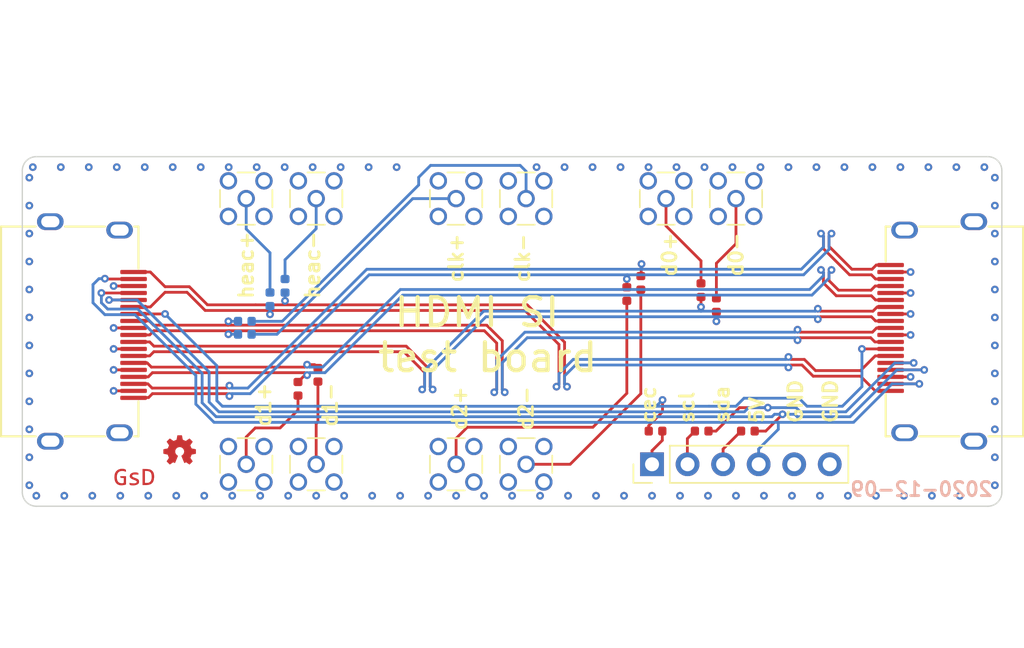
<source format=kicad_pcb>
(kicad_pcb (version 20221018) (generator pcbnew)
  (title_block (title "HDMI-SI") (date "2020-12-09") (rev "r1.0") (company "GsD - @gregdavill"))
  (layers (0 "F.Cu" signal) (1 "In1.Cu" power) (2 "In2.Cu" signal) (31 "B.Cu" signal) (34 "B.Paste" user) (35 "F.Paste" user) (36 "B.SilkS" user "B.Silkscreen") (37 "F.SilkS" user "F.Silkscreen") (38 "B.Mask" user) (39 "F.Mask" user) (44 "Edge.Cuts" user))
  (net 0 "")
  (net 1 "GND")
  (net 2 "/data_2+")
  (net 3 "/data_2-")
  (net 4 "/data_1+")
  (net 5 "/data_1-")
  (net 6 "/data_0+")
  (net 7 "/data_0-")
  (net 8 "/clk+")
  (net 9 "/cec")
  (net 10 "/heac+")
  (net 11 "/scl")
  (net 12 "/sda")
  (net 13 "/clk-")
  (net 14 "/heac-")
  (net 15 "Net-(J2-Pad1)")
  (net 16 "Net-(J3-Pad1)")
  (net 17 "Net-(J1-Pad18)")
  (net 18 "Net-(J5-Pad1)")
  (net 19 "Net-(J6-Pad1)")
  (net 20 "Net-(J7-Pad1)")
  (net 21 "Net-(J8-Pad1)")
  (net 22 "Net-(J9-Pad1)")
  (net 23 "Net-(J10-Pad1)")
  (net 24 "Net-(J11-Pad1)")
  (net 25 "Net-(J12-Pad1)")
  (net 26 "Net-(J13-Pad3)")
  (net 27 "Net-(J13-Pad2)")
  (net 28 "Net-(J13-Pad1)")
  (footprint "Connector_Coaxial:MMCX_Molex_73415-1471_Vertical" (layer "F.Cu") (at 138.5 103.2)
    (fp_text reference "J12" hide)
    (fp_text value "MCX" hide)
  )
  (footprint "Connector_Coaxial:MMCX_Molex_73415-1471_Vertical" (layer "F.Cu") (at 138.5 84.2)
    (fp_text reference "J6" hide)
    (fp_text value "MCX" hide)
  )
  (footprint "Resistor_SMD:R_0402_1005Metric" (layer "F.Cu") (at 151.7 90.225 -90)
    (fp_text reference "R9" hide)
    (fp_text value "450R" hide)
  )
  (footprint "Resistor_SMD:R_0402_1005Metric" (layer "F.Cu") (at 127.2 97.8 -90)
    (fp_text reference "R8" hide)
    (fp_text value "450R" hide)
  )
  (footprint "Connector_Coaxial:MMCX_Molex_73415-1471_Vertical" (layer "F.Cu") (at 128.5 103.2)
    (fp_text reference "J9" hide)
    (fp_text value "MCX" hide)
  )
  (footprint "Connector_Coaxial:MMCX_Molex_73415-1471_Vertical" (layer "F.Cu") (at 123.5 103.2)
    (fp_text reference "J10" hide)
    (fp_text value "MCX" hide)
  )
  (footprint "Resistor_SMD:R_0402_1005Metric" (layer "F.Cu") (at 157.1 91.815 90)
    (fp_text reference "R5" hide)
    (fp_text value "450R" hide)
  )
  (footprint "Connector_Coaxial:MMCX_Molex_73415-1471_Vertical" (layer "F.Cu") (at 143.5 84.2)
    (fp_text reference "J5" hide)
    (fp_text value "MCX" hide)
  )
  (footprint "Connector_Coaxial:MMCX_Molex_73415-1471_Vertical" (layer "F.Cu") (at 128.5 84.2)
    (fp_text reference "J2" hide)
    (fp_text value "MCX" hide)
  )
  (footprint "Resistor_SMD:R_0402_1005Metric" (layer "F.Cu") (at 156.05 100.825 180)
    (fp_text reference "R12" hide)
    (fp_text value "450R" hide)
  )
  (footprint "Connector_Coaxial:MMCX_Molex_73415-1471_Vertical" (layer "F.Cu") (at 123.5 84.2)
    (fp_text reference "J3" hide)
    (fp_text value "MCX" hide)
  )
  (footprint "gsd-footprints:HDMI-10029449-111RLF" (layer "F.Cu") (at 170.5 93.7 90)
    (fp_text reference "J4" hide)
    (fp_text value "GPDI_A_1.4" hide)
  )
  (footprint "Connector_PinHeader_2.54mm:PinHeader_1x06_P2.54mm_Vertical" (layer "F.Cu") (at 152.5 103.2 90)
    (fp_text reference "J13" hide)
    (fp_text value "Conn_01x06_Male" hide)
  )
  (footprint "Resistor_SMD:R_0402_1005Metric" (layer "F.Cu") (at 156 90.75 90)
    (fp_text reference "R6" hide)
    (fp_text value "450R" hide)
  )
  (footprint "Resistor_SMD:R_0402_1005Metric" (layer "F.Cu") (at 159.35 100.825 180)
    (fp_text reference "R11" hide)
    (fp_text value "450R" hide)
  )
  (footprint "Resistor_SMD:R_0402_1005Metric" (layer "F.Cu") (at 152.75 100.825)
    (fp_text reference "R13" hide)
    (fp_text value "450R" hide)
  )
  (footprint "gkl_logos:gsd_logo_small" (layer "F.Cu") (at 115.5 104.2)
    (fp_text reference "G***" hide)
    (fp_text value "LOGO" hide)
  )
  (footprint "Resistor_SMD:R_0402_1005Metric" (layer "F.Cu") (at 128.625 96.8 -90)
    (fp_text reference "R7" hide)
    (fp_text value "450R" hide)
  )
  (footprint "Connector_Coaxial:MMCX_Molex_73415-1471_Vertical" (layer "F.Cu") (at 153.5 84.2)
    (fp_text reference "J8" hide)
    (fp_text value "MCX" hide)
  )
  (footprint "Connector_Coaxial:MMCX_Molex_73415-1471_Vertical" (layer "F.Cu") (at 143.5 103.2)
    (fp_text reference "J11" hide)
    (fp_text value "MCX" hide)
  )
  (footprint "Resistor_SMD:R_0402_1005Metric" (layer "F.Cu") (at 150.7 91.025 -90)
    (fp_text reference "R10" hide)
    (fp_text value "450R" hide)
  )
  (footprint "gkl_logos:oshw_small" (layer "F.Cu") (at 118.75 102.2)
    (fp_text reference "G***" hide)
    (fp_text value "LOGO" hide)
  )
  (footprint "gsd-footprints:HDMI-10029449-111RLF" (layer "F.Cu") (at 114.5 93.7 -90)
    (fp_text reference "J1" hide)
    (fp_text value "GPDI_A_1.4" hide)
  )
  (footprint "Connector_Coaxial:MMCX_Molex_73415-1471_Vertical" (layer "F.Cu") (at 158.5 84.2)
    (fp_text reference "J7" hide)
    (fp_text value "MCX" hide)
  )
  (footprint "Resistor_SMD:R_0402_1005Metric" (layer "B.Cu") (at 123.4 92.975)
    (fp_text reference "R3" hide)
    (fp_text value "450R" hide)
  )
  (footprint "Resistor_SMD:R_0402_1005Metric" (layer "B.Cu") (at 125.2 91.4 90)
    (fp_text reference "R2" hide)
    (fp_text value "450R" hide)
  )
  (footprint "Resistor_SMD:R_0402_1005Metric" (layer "B.Cu") (at 123.4 93.9)
    (fp_text reference "R4" hide)
    (fp_text value "450R" hide)
  )
  (footprint "Resistor_SMD:R_0402_1005Metric" (layer "B.Cu") (at 126.275 90.4375 90)
    (fp_text reference "R1" hide)
    (fp_text value "450R" hide)
  )
  (gr_line (start 177.500001 105.199999) (end 177.500001 82.2) (stroke (width 0.1)) (layer "Edge.Cuts"))
  (gr_arc (start 177.500001 105.199999) (mid 177.207108 105.907106) (end 176.500002 106.2) (stroke (width 0.1)) (layer "Edge.Cuts"))
  (gr_line (start 107.5 82.2) (end 107.5 105.2) (stroke (width 0.1)) (layer "Edge.Cuts"))
  (gr_arc (start 108.5 106.2) (mid 107.792893 105.907107) (end 107.5 105.2) (stroke (width 0.1)) (layer "Edge.Cuts"))
  (gr_arc (start 176.500001 81.2) (mid 177.207108 81.492893) (end 177.500001 82.2) (stroke (width 0.1)) (layer "Edge.Cuts"))
  (gr_line (start 176.500002 106.2) (end 108.5 106.2) (stroke (width 0.1)) (layer "Edge.Cuts"))
  (gr_line (start 108.5 81.2) (end 176.5 81.2) (stroke (width 0.1)) (layer "Edge.Cuts"))
  (gr_arc (start 107.5 82.2) (mid 107.792893 81.492893) (end 108.5 81.2) (stroke (width 0.1)) (layer "Edge.Cuts"))
  (gr_text "2020-12-09" (at 171.75 104.985) (layer "B.SilkS") (effects (font (size 1 1) (thickness 0.2)) (justify mirror)))
  (gr_text "d1+\n" (at 124.75 98.95 90) (layer "F.SilkS") (effects (font (size 1 1) (thickness 0.2))))
  (gr_text "heac+" (at 123.5 88.95 90) (layer "F.SilkS") (effects (font (size 1 1) (thickness 0.2))))
  (gr_text "sda" (at 157.5 98.914285 90) (layer "F.SilkS") (effects (font (size 1 1) (thickness 0.2))))
  (gr_text "d2+\n" (at 138.75 99.2 90) (layer "F.SilkS") (effects (font (size 1 1) (thickness 0.2))))
  (gr_text "cec" (at 152.25 98.938095 90) (layer "F.SilkS") (effects (font (size 1 1) (thickness 0.2))))
  (gr_text "heac-" (at 128.25 88.95 90) (layer "F.SilkS") (effects (font (size 1 1) (thickness 0.2))))
  (gr_text "clk+" (at 138.5 88.45 90) (layer "F.SilkS") (effects (font (size 1 1) (thickness 0.2))))
  (gr_text "scl" (at 155 99.128571 90) (layer "F.SilkS") (effects (font (size 1 1) (thickness 0.2))))
  (gr_text "HDMI SI \ntest board" (at 140.75 93.95) (layer "F.SilkS") (effects (font (size 2 2) (thickness 0.3))))
  (gr_text "d0+" (at 153.75 88.2 90) (layer "F.SilkS") (effects (font (size 1 1) (thickness 0.2))))
  (gr_text "5V" (at 160 99.319047 90) (layer "F.SilkS") (effects (font (size 1 1) (thickness 0.2))))
  (gr_text "GND\n" (at 162.75 98.7 90) (layer "F.SilkS") (effects (font (size 1 1) (thickness 0.2))))
  (gr_text "d0-" (at 158.5 88.2 90) (layer "F.SilkS") (effects (font (size 1 1) (thickness 0.2))))
  (gr_text "clk-" (at 143.25 88.45 90) (layer "F.SilkS") (effects (font (size 1 1) (thickness 0.2))))
  (gr_text "d1-" (at 129.5 98.95 90) (layer "F.SilkS") (effects (font (size 1 1) (thickness 0.2))))
  (gr_text "GND\n" (at 165.25 98.7 90) (layer "F.SilkS") (effects (font (size 1 1) (thickness 0.2))))
  (gr_text "d2-" (at 143.5 99.2 90) (layer "F.SilkS") (effects (font (size 1 1) (thickness 0.2))))
  (segment (start 115.45 93.45) (end 114.025 93.45) (width 0.2) (layer "F.Cu") (net 1))
  (segment (start 115.45 90.45) (end 114.025 90.45) (width 0.2) (layer "F.Cu") (net 1))
  (segment (start 169.55 93.95) (end 170.975 93.95) (width 0.2) (layer "F.Cu") (net 1))
  (segment (start 169.55 96.95) (end 170.975 96.95) (width 0.2) (layer "F.Cu") (net 1))
  (segment (start 115.45 97.95) (end 114.025 97.95) (width 0.2) (layer "F.Cu") (net 1))
  (segment (start 169.55 90.95) (end 170.975 90.95) (width 0.2) (layer "F.Cu") (net 1))
  (segment (start 169.55 92.45) (end 170.975 92.45) (width 0.2) (layer "F.Cu") (net 1))
  (segment (start 115.45 94.95) (end 114.025 94.95) (width 0.2) (layer "F.Cu") (net 1))
  (segment (start 115.45 96.45) (end 114.025 96.45) (width 0.2) (layer "F.Cu") (net 1))
  (segment (start 169.55 89.45) (end 170.975 89.45) (width 0.2) (layer "F.Cu") (net 1))
  (via (at 160.5 105.45) (size 0.55) (drill 0.25) (layers "F.Cu" "B.Cu") (net 1))
  (via (at 128.25 81.95) (size 0.55) (drill 0.25) (layers "F.Cu" "B.Cu") (net 1))
  (via (at 128.5 105.45) (size 0.55) (drill 0.25) (layers "F.Cu" "B.Cu") (net 1))
  (via (at 170.5 105.45) (size 0.55) (drill 0.25) (layers "F.Cu" "B.Cu") (net 1))
  (via (at 162.25 81.95) (size 0.55) (drill 0.25) (layers "F.Cu" "B.Cu") (net 1))
  (via (at 168.5 105.45) (size 0.55) (drill 0.25) (layers "F.Cu" "B.Cu") (net 1))
  (via (at 177 104.7) (size 0.55) (drill 0.25) (layers "F.Cu" "B.Cu") (net 1))
  (via (at 114.25 81.95) (size 0.55) (drill 0.25) (layers "F.Cu" "B.Cu") (net 1))
  (via (at 108 96.7) (size 0.55) (drill 0.25) (layers "F.Cu" "B.Cu") (net 1))
  (via (at 164.25 81.95) (size 0.55) (drill 0.25) (layers "F.Cu" "B.Cu") (net 1))
  (via (at 140.5 105.45) (size 0.55) (drill 0.25) (layers "F.Cu" "B.Cu") (net 1))
  (via (at 166.25 81.95) (size 0.55) (drill 0.25) (layers "F.Cu" "B.Cu") (net 1))
  (via (at 177 90.7) (size 0.55) (drill 0.25) (layers "F.Cu" "B.Cu") (net 1))
  (via (at 118.25 81.95) (size 0.55) (drill 0.25) (layers "F.Cu" "B.Cu") (net 1))
  (via (at 156.5 105.45) (size 0.55) (drill 0.25) (layers "F.Cu" "B.Cu") (net 1))
  (via (at 177 84.699999) (size 0.55) (drill 0.25) (layers "F.Cu" "B.Cu") (net 1))
  (via (at 170.975 90.95) (size 0.55) (drill 0.25) (layers "F.Cu" "B.Cu") (net 1))
  (via (at 177 82.7) (size 0.55) (drill 0.25) (layers "F.Cu" "B.Cu") (net 1))
  (via (at 114.025 94.95) (size 0.55) (drill 0.25) (layers "F.Cu" "B.Cu") (net 1))
  (via (at 158.25 81.95) (size 0.55) (drill 0.25) (layers "F.Cu" "B.Cu") (net 1))
  (via (at 124.5 105.45) (size 0.55) (drill 0.25) (layers "F.Cu" "B.Cu") (net 1))
  (via (at 138.5 105.45) (size 0.55) (drill 0.25) (layers "F.Cu" "B.Cu") (net 1))
  (via (at 158.5 105.45) (size 0.55) (drill 0.25) (layers "F.Cu" "B.Cu") (net 1))
  (via (at 144.5 105.45) (size 0.55) (drill 0.25) (layers "F.Cu" "B.Cu") (net 1))
  (via (at 154.25 81.95) (size 0.55) (drill 0.25) (layers "F.Cu" "B.Cu") (net 1))
  (via (at 108 88.700001) (size 0.55) (drill 0.25) (layers "F.Cu" "B.Cu") (net 1))
  (via (at 132.25 81.95) (size 0.55) (drill 0.25) (layers "F.Cu" "B.Cu") (net 1))
  (via (at 164.5 105.45) (size 0.55) (drill 0.25) (layers "F.Cu" "B.Cu") (net 1))
  (via (at 108 86.7) (size 0.55) (drill 0.25) (layers "F.Cu" "B.Cu") (net 1))
  (via (at 112.5 105.45) (size 0.55) (drill 0.25) (layers "F.Cu" "B.Cu") (net 1))
  (via (at 108 102.699999) (size 0.55) (drill 0.25) (layers "F.Cu" "B.Cu") (net 1))
  (via (at 108 98.699999) (size 0.55) (drill 0.25) (layers "F.Cu" "B.Cu") (net 1))
  (via (at 108 100.7) (size 0.55) (drill 0.25) (layers "F.Cu" "B.Cu") (net 1))
  (via (at 150.25 81.95) (size 0.55) (drill 0.25) (layers "F.Cu" "B.Cu") (net 1))
  (via (at 170.975 96.95) (size 0.55) (drill 0.25) (layers "F.Cu" "B.Cu") (net 1))
  (via (at 122.5 105.45) (size 0.55) (drill 0.25) (layers "F.Cu" "B.Cu") (net 1))
  (via (at 170.975 93.95) (size 0.55) (drill 0.25) (layers "F.Cu" "B.Cu") (net 1))
  (via (at 114.025 93.45) (size 0.55) (drill 0.25) (layers "F.Cu" "B.Cu") (net 1))
  (via (at 108 104.7) (size 0.55) (drill 0.25) (layers "F.Cu" "B.Cu") (net 1))
  (via (at 177 100.7) (size 0.55) (drill 0.25) (layers "F.Cu" "B.Cu") (net 1))
  (via (at 134.5 105.45) (size 0.55) (drill 0.25) (layers "F.Cu" "B.Cu") (net 1))
  (via (at 118.5 105.45) (size 0.55) (drill 0.25) (layers "F.Cu" "B.Cu") (net 1))
  (via (at 146.25 81.95) (size 0.55) (drill 0.25) (layers "F.Cu" "B.Cu") (net 1))
  (via (at 152.5 105.45) (size 0.55) (drill 0.25) (layers "F.Cu" "B.Cu") (net 1))
  (via (at 126.5 105.45) (size 0.55) (drill 0.25) (layers "F.Cu" "B.Cu") (net 1))
  (via (at 150.5 105.45) (size 0.55) (drill 0.25) (layers "F.Cu" "B.Cu") (net 1))
  (via (at 122.25 81.95) (size 0.55) (drill 0.25) (layers "F.Cu" "B.Cu") (net 1))
  (via (at 177 88.700001) (size 0.55) (drill 0.25) (layers "F.Cu" "B.Cu") (net 1))
  (via (at 177 96.7) (size 0.55) (drill 0.25) (layers "F.Cu" "B.Cu") (net 1))
  (via (at 174.25 81.95) (size 0.55) (drill 0.25) (layers "F.Cu" "B.Cu") (net 1))
  (via (at 162.5 105.45) (size 0.55) (drill 0.25) (layers "F.Cu" "B.Cu") (net 1))
  (via (at 108.25 81.95) (size 0.55) (drill 0.25) (layers "F.Cu" "B.Cu") (net 1))
  (via (at 166.5 105.45) (size 0.55) (drill 0.25) (layers "F.Cu" "B.Cu") (net 1))
  (via (at 177 92.7) (size 0.55) (drill 0.25) (layers "F.Cu" "B.Cu") (net 1))
  (via (at 108 82.7) (size 0.55) (drill 0.25) (layers "F.Cu" "B.Cu") (net 1))
  (via (at 154.5 105.45) (size 0.55) (drill 0.25) (layers "F.Cu" "B.Cu") (net 1))
  (via (at 136.5 105.45) (size 0.55) (drill 0.25) (layers "F.Cu" "B.Cu") (net 1))
  (via (at 152.25 81.95) (size 0.55) (drill 0.25) (layers "F.Cu" "B.Cu") (net 1))
  (via (at 142.5 105.45) (size 0.55) (drill 0.25) (layers "F.Cu" "B.Cu") (net 1))
  (via (at 177 94.7) (size 0.55) (drill 0.25) (layers "F.Cu" "B.Cu") (net 1))
  (via (at 108 94.7) (size 0.55) (drill 0.25) (layers "F.Cu" "B.Cu") (net 1))
  (via (at 176.25 81.95) (size 0.55) (drill 0.25) (layers "F.Cu" "B.Cu") (net 1))
  (via (at 170.975 92.45) (size 0.55) (drill 0.25) (layers "F.Cu" "B.Cu") (net 1))
  (via (at 132.5 105.45) (size 0.55) (drill 0.25) (layers "F.Cu" "B.Cu") (net 1))
  (via (at 126.25 81.95) (size 0.55) (drill 0.25) (layers "F.Cu" "B.Cu") (net 1))
  (via (at 112.25 81.95) (size 0.55) (drill 0.25) (layers "F.Cu" "B.Cu") (net 1))
  (via (at 110.5 105.45) (size 0.55) (drill 0.25) (layers "F.Cu" "B.Cu") (net 1))
  (via (at 174.5 105.45) (size 0.55) (drill 0.25) (layers "F.Cu" "B.Cu") (net 1))
  (via (at 146.5 105.45) (size 0.55) (drill 0.25) (layers "F.Cu" "B.Cu") (net 1))
  (via (at 144.25 81.95) (size 0.55) (drill 0.25) (layers "F.Cu" "B.Cu") (net 1))
  (via (at 108 92.7) (size 0.55) (drill 0.25) (layers "F.Cu" "B.Cu") (net 1))
  (via (at 116.25 81.95) (size 0.55) (drill 0.25) (layers "F.Cu" "B.Cu") (net 1))
  (via (at 172.5 105.45) (size 0.55) (drill 0.25) (layers "F.Cu" "B.Cu") (net 1))
  (via (at 177 86.7) (size 0.55) (drill 0.25) (layers "F.Cu" "B.Cu") (net 1))
  (via (at 114.025 96.45) (size 0.55) (drill 0.25) (layers "F.Cu" "B.Cu") (net 1))
  (via (at 168.25 81.95) (size 0.55) (drill 0.25) (layers "F.Cu" "B.Cu") (net 1))
  (via (at 124.25 81.95) (size 0.55) (drill 0.25) (layers "F.Cu" "B.Cu") (net 1))
  (via (at 148.25 81.95) (size 0.55) (drill 0.25) (layers "F.Cu" "B.Cu") (net 1))
  (via (at 120.25 81.95) (size 0.55) (drill 0.25) (layers "F.Cu" "B.Cu") (net 1))
  (via (at 156.25 81.95) (size 0.55) (drill 0.25) (layers "F.Cu" "B.Cu") (net 1))
  (via (at 134.25 81.95) (size 0.55) (drill 0.25) (layers "F.Cu" "B.Cu") (net 1))
  (via (at 130.25 81.95) (size 0.55) (drill 0.25) (layers "F.Cu" "B.Cu") (net 1))
  (via (at 108 84.699999) (size 0.55) (drill 0.25) (layers "F.Cu" "B.Cu") (net 1))
  (via (at 177 102.699999) (size 0.55) (drill 0.25) (layers "F.Cu" "B.Cu") (net 1))
  (via (at 108.5 105.45) (size 0.55) (drill 0.25) (layers "F.Cu" "B.Cu") (net 1))
  (via (at 114.025 97.95) (size 0.55) (drill 0.25) (layers "F.Cu" "B.Cu") (net 1))
  (via (at 172.25 81.95) (size 0.55) (drill 0.25) (layers "F.Cu" "B.Cu") (net 1))
  (via (at 108 90.7) (size 0.55) (drill 0.25) (layers "F.Cu" "B.Cu") (net 1))
  (via (at 110.25 81.95) (size 0.55) (drill 0.25) (layers "F.Cu" "B.Cu") (net 1))
  (via (at 170.975 89.45) (size 0.55) (drill 0.25) (layers "F.Cu" "B.Cu") (net 1))
  (via (at 120.5 105.45) (size 0.55) (drill 0.25) (layers "F.Cu" "B.Cu") (net 1))
  (via (at 177 98.699999) (size 0.55) (drill 0.25) (layers "F.Cu" "B.Cu") (net 1))
  (via (at 116.5 105.45) (size 0.55) (drill 0.25) (layers "F.Cu" "B.Cu") (net 1))
  (via (at 148.5 105.45) (size 0.55) (drill 0.25) (layers "F.Cu" "B.Cu") (net 1))
  (via (at 130.5 105.45) (size 0.55) (drill 0.25) (layers "F.Cu" "B.Cu") (net 1))
  (via (at 114.5 105.45) (size 0.55) (drill 0.25) (layers "F.Cu" "B.Cu") (net 1))
  (via (at 160.25 81.95) (size 0.55) (drill 0.25) (layers "F.Cu" "B.Cu") (net 1))
  (via (at 114.025 90.45) (size 0.55) (drill 0.25) (layers "F.Cu" "B.Cu") (net 1))
  (via (at 170.25 81.95) (size 0.55) (drill 0.25) (layers "F.Cu" "B.Cu") (net 1))
  (segment (start 116.8 98.15) (end 122.125 98.15) (width 0.2) (layer "F.Cu") (net 2))
  (segment (start 168.225 89.25) (end 168.525 88.95) (width 0.2) (layer "F.Cu") (net 2))
  (segment (start 165.15 87.617156) (end 166.782844 89.25) (width 0.2) (layer "F.Cu") (net 2))
  (segment (start 168.525 88.95) (end 169.55 88.95) (width 0.2) (layer "F.Cu") (net 2))
  (segment (start 165.15 86.875) (end 165.15 87.617156) (width 0.2) (layer "F.Cu") (net 2))
  (segment (start 165.325 86.7) (end 165.15 86.875) (width 0.2) (layer "F.Cu") (net 2))
  (segment (start 150.7 90.54) (end 150.7 89.95) (width 0.2) (layer "F.Cu") (net 2))
  (segment (start 115.45 98.45) (end 115.475 98.425) (width 0.2) (layer "F.Cu") (net 2))
  (segment (start 122.125 98.15) (end 122.3 98.325) (width 0.2) (layer "F.Cu") (net 2))
  (segment (start 116.525 98.425) (end 116.8 98.15) (width 0.2) (layer "F.Cu") (net 2))
  (segment (start 115.475 98.425) (end 116.525 98.425) (width 0.2) (layer "F.Cu") (net 2))
  (segment (start 166.782844 89.25) (end 168.225 89.25) (width 0.2) (layer "F.Cu") (net 2))
  (via (at 122.3 98.325) (size 0.55) (drill 0.25) (layers "F.Cu" "B.Cu") (net 2))
  (via (at 150.7 89.95) (size 0.55) (drill 0.25) (layers "F.Cu" "B.Cu") (net 2))
  (via (at 165.325 86.7) (size 0.55) (drill 0.25) (layers "F.Cu" "B.Cu") (net 2))
  (segment (start 165.15 86.875) (end 165.325 86.7) (width 0.2) (layer "B.Cu") (net 2))
  (segment (start 165.15 87.832844) (end 165.15 86.875) (width 0.2) (layer "B.Cu") (net 2))
  (segment (start 132.282844 89.65) (end 150.725 89.65) (width 0.2) (layer "B.Cu") (net 2))
  (segment (start 122.475 98.15) (end 123.782844 98.15) (width 0.2) (layer "B.Cu") (net 2))
  (segment (start 150.725 89.65) (end 163.332844 89.65) (width 0.2) (layer "B.Cu") (net 2))
  (segment (start 150.7 89.95) (end 150.7 89.675) (width 0.2) (layer "B.Cu") (net 2))
  (segment (start 122.3 98.325) (end 122.475 98.15) (width 0.2) (layer "B.Cu") (net 2))
  (segment (start 163.332844 89.65) (end 165.15 87.832844) (width 0.2) (layer "B.Cu") (net 2))
  (segment (start 123.782844 98.15) (end 132.282844 89.65) (width 0.2) (layer "B.Cu") (net 2))
  (segment (start 150.7 89.675) (end 150.725 89.65) (width 0.2) (layer "B.Cu") (net 2))
  (segment (start 166.617156 89.65) (end 168.175 89.65) (width 0.2) (layer "F.Cu") (net 3))
  (segment (start 122.125 97.75) (end 122.3 97.575) (width 0.2) (layer "F.Cu") (net 3))
  (segment (start 116.775 97.75) (end 122.125 97.75) (width 0.2) (layer "F.Cu") (net 3))
  (segment (start 164.575 86.7) (end 164.75 86.875) (width 0.2) (layer "F.Cu") (net 3))
  (segment (start 164.75 86.875) (end 164.75 87.782844) (width 0.2) (layer "F.Cu") (net 3))
  (segment (start 168.175 89.65) (end 168.475 89.95) (width 0.2) (layer "F.Cu") (net 3))
  (segment (start 168.475 89.95) (end 169.55 89.95) (width 0.2) (layer "F.Cu") (net 3))
  (segment (start 115.45 97.45) (end 116.475 97.45) (width 0.2) (layer "F.Cu") (net 3))
  (segment (start 151.725 88.9) (end 151.75 88.875) (width 0.2) (layer "F.Cu") (net 3))
  (segment (start 116.475 97.45) (end 116.775 97.75) (width 0.2) (layer "F.Cu") (net 3))
  (segment (start 151.725 89.715) (end 151.725 89.24) (width 0.2) (layer "F.Cu") (net 3))
  (segment (start 164.75 87.782844) (end 166.617156 89.65) (width 0.2) (layer "F.Cu") (net 3))
  (segment (start 151.725 89.24) (end 151.725 88.9) (width 0.2) (layer "F.Cu") (net 3))
  (segment (start 151.7 89.74) (end 151.725 89.715) (width 0.2) (layer "F.Cu") (net 3))
  (via (at 164.575 86.7) (size 0.55) (drill 0.25) (layers "F.Cu" "B.Cu") (net 3))
  (via (at 122.3 97.575) (size 0.55) (drill 0.25) (layers "F.Cu" "B.Cu") (net 3))
  (via (at 151.75 88.875) (size 0.55) (drill 0.25) (layers "F.Cu" "B.Cu") (net 3))
  (segment (start 164.75 86.875) (end 164.575 86.7) (width 0.2) (layer "B.Cu") (net 3))
  (segment (start 132.117156 89.25) (end 151.75 89.25) (width 0.2) (layer "B.Cu") (net 3))
  (segment (start 122.475 97.75) (end 123.617156 97.75) (width 0.2) (layer "B.Cu") (net 3))
  (segment (start 151.75 88.875) (end 151.75 89.25) (width 0.2) (layer "B.Cu") (net 3))
  (segment (start 122.3 97.575) (end 122.475 97.75) (width 0.2) (layer "B.Cu") (net 3))
  (segment (start 123.617156 97.75) (end 132.117156 89.25) (width 0.2) (layer "B.Cu") (net 3))
  (segment (start 163.167156 89.25) (end 164.75 87.667156) (width 0.2) (layer "B.Cu") (net 3))
  (segment (start 151.75 89.25) (end 163.167156 89.25) (width 0.2) (layer "B.Cu") (net 3))
  (segment (start 164.75 87.667156) (end 164.75 86.875) (width 0.2) (layer "B.Cu") (net 3))
  (segment (start 168.15 90.75) (end 168.45 90.45) (width 0.2) (layer "F.Cu") (net 4))
  (segment (start 165.325 89.3) (end 165.15 89.475) (width 0.2) (layer "F.Cu") (net 4))
  (segment (start 127.675 96.65) (end 127.85 96.825) (width 0.2) (layer "F.Cu") (net 4))
  (segment (start 168.45 90.45) (end 169.55 90.45) (width 0.2) (layer "F.Cu") (net 4))
  (segment (start 165.15 89.475) (end 165.15 90.067156) (width 0.2) (layer "F.Cu") (net 4))
  (segment (start 165.15 90.067156) (end 165.832844 90.75) (width 0.2) (layer "F.Cu") (net 4))
  (segment (start 116.8 96.65) (end 127.675 96.65) (width 0.2) (layer "F.Cu") (net 4))
  (segment (start 165.832844 90.75) (end 168.15 90.75) (width 0.2) (layer "F.Cu") (net 4))
  (segment (start 116.5 96.95) (end 116.8 96.65) (width 0.2) (layer "F.Cu") (net 4))
  (segment (start 127.2 97.315) (end 127.69 96.825) (width 0.2) (layer "F.Cu") (net 4))
  (segment (start 127.69 96.825) (end 127.85 96.825) (width 0.2) (layer "F.Cu") (net 4))
  (segment (start 115.45 96.95) (end 116.5 96.95) (width 0.2) (layer "F.Cu") (net 4))
  (via (at 165.325 89.3) (size 0.55) (drill 0.25) (layers "F.Cu" "B.Cu") (net 4))
  (via (at 127.85 96.825) (size 0.55) (drill 0.25) (layers "F.Cu" "B.Cu") (net 4))
  (segment (start 163.932844 91.1) (end 165.15 89.882844) (width 0.2) (layer "B.Cu") (net 4))
  (segment (start 128.025 96.65) (end 129.132844 96.65) (width 0.2) (layer "B.Cu") (net 4))
  (segment (start 165.15 89.882844) (end 165.15 89.475) (width 0.2) (layer "B.Cu") (net 4))
  (segment (start 134.682844 91.1) (end 163.932844 91.1) (width 0.2) (layer "B.Cu") (net 4))
  (segment (start 129.132844 96.65) (end 134.682844 91.1) (width 0.2) (layer "B.Cu") (net 4))
  (segment (start 127.85 96.825) (end 128.025 96.65) (width 0.2) (layer "B.Cu") (net 4))
  (segment (start 165.15 89.475) (end 165.325 89.3) (width 0.2) (layer "B.Cu") (net 4))
  (segment (start 116.725 96.25) (end 127.675 96.25) (width 0.2) (layer "F.Cu") (net 5))
  (segment (start 127.675 96.25) (end 127.85 96.075) (width 0.2) (layer "F.Cu") (net 5))
  (segment (start 128.625 96.315) (end 128.385 96.075) (width 0.2) (layer "F.Cu") (net 5))
  (segment (start 165.667156 91.15) (end 168.175 91.15) (width 0.2) (layer "F.Cu") (net 5))
  (segment (start 164.575 89.3) (end 164.75 89.475) (width 0.2) (layer "F.Cu") (net 5))
  (segment (start 164.75 90.232844) (end 165.667156 91.15) (width 0.2) (layer "F.Cu") (net 5))
  (segment (start 116.425 95.95) (end 116.725 96.25) (width 0.2) (layer "F.Cu") (net 5))
  (segment (start 164.75 89.475) (end 164.75 90.232844) (width 0.2) (layer "F.Cu") (net 5))
  (segment (start 115.45 95.95) (end 116.425 95.95) (width 0.2) (layer "F.Cu") (net 5))
  (segment (start 168.475 91.45) (end 169.55 91.45) (width 0.2) (layer "F.Cu") (net 5))
  (segment (start 128.385 96.075) (end 127.85 96.075) (width 0.2) (layer "F.Cu") (net 5))
  (segment (start 168.175 91.15) (end 168.475 91.45) (width 0.2) (layer "F.Cu") (net 5))
  (via (at 127.85 96.075) (size 0.55) (drill 0.25) (layers "F.Cu" "B.Cu") (net 5))
  (via (at 164.575 89.3) (size 0.55) (drill 0.25) (layers "F.Cu" "B.Cu") (net 5))
  (segment (start 128.967156 96.25) (end 134.517156 90.7) (width 0.2) (layer "B.Cu") (net 5))
  (segment (start 164.75 89.717156) (end 164.75 89.475) (width 0.2) (layer "B.Cu") (net 5))
  (segment (start 127.85 96.075) (end 128.025 96.25) (width 0.2) (layer "B.Cu") (net 5))
  (segment (start 164.75 89.475) (end 164.575 89.3) (width 0.2) (layer "B.Cu") (net 5))
  (segment (start 163.767156 90.7) (end 164.75 89.717156) (width 0.2) (layer "B.Cu") (net 5))
  (segment (start 134.517156 90.7) (end 163.767156 90.7) (width 0.2) (layer "B.Cu") (net 5))
  (segment (start 128.025 96.25) (end 128.967156 96.25) (width 0.2) (layer "B.Cu") (net 5))
  (segment (start 134.767156 95.15) (end 136.25 96.632844) (width 0.2) (layer "F.Cu") (net 6))
  (segment (start 136.25 96.632844) (end 136.25 97.675) (width 0.2) (layer "F.Cu") (net 6))
  (segment (start 164.35 92.075) (end 164.525 92.25) (width 0.2) (layer "F.Cu") (net 6))
  (segment (start 156 91.235) (end 156 91.95) (width 0.2) (layer "F.Cu") (net 6))
  (segment (start 136.25 97.675) (end 136.075 97.85) (width 0.2) (layer "F.Cu") (net 6))
  (segment (start 116.9 95.15) (end 134.767156 95.15) (width 0.2) (layer "F.Cu") (net 6))
  (segment (start 168.2875 92.25) (end 168.5875 91.95) (width 0.2) (layer "F.Cu") (net 6))
  (segment (start 168.5875 91.95) (end 169.55 91.95) (width 0.2) (layer "F.Cu") (net 6))
  (segment (start 116.6 95.45) (end 116.9 95.15) (width 0.2) (layer "F.Cu") (net 6))
  (segment (start 164.525 92.25) (end 168.2875 92.25) (width 0.2) (layer "F.Cu") (net 6))
  (segment (start 115.45 95.45) (end 116.6 95.45) (width 0.2) (layer "F.Cu") (net 6))
  (via (at 136.075 97.85) (size 0.55) (drill 0.25) (layers "F.Cu" "B.Cu") (net 6))
  (via (at 156 91.95) (size 0.55) (drill 0.25) (layers "F.Cu" "B.Cu") (net 6))
  (via (at 164.35 92.075) (size 0.55) (drill 0.25) (layers "F.Cu" "B.Cu") (net 6))
  (segment (start 136.25 96.467156) (end 140.467156 92.25) (width 0.2) (layer "B.Cu") (net 6))
  (segment (start 140.467156 92.25) (end 156 92.25) (width 0.2) (layer "B.Cu") (net 6))
  (segment (start 164.175 92.25) (end 164.35 92.075) (width 0.2) (layer "B.Cu") (net 6))
  (segment (start 136.075 97.85) (end 136.25 97.675) (width 0.2) (layer "B.Cu") (net 6))
  (segment (start 136.25 97.675) (end 136.25 96.467156) (width 0.2) (layer "B.Cu") (net 6))
  (segment (start 156 92.25) (end 164.175 92.25) (width 0.2) (layer "B.Cu") (net 6))
  (segment (start 156 91.95) (end 156 92.25) (width 0.2) (layer "B.Cu") (net 6))
  (segment (start 136.65 96.467156) (end 136.65 97.675) (width 0.2) (layer "F.Cu") (net 7))
  (segment (start 168.475 92.95) (end 169.55 92.95) (width 0.2) (layer "F.Cu") (net 7))
  (segment (start 164.35 92.825) (end 164.525 92.65) (width 0.2) (layer "F.Cu") (net 7))
  (segment (start 116.9 94.75) (end 134.932844 94.75) (width 0.2) (layer "F.Cu") (net 7))
  (segment (start 168.175 92.65) (end 168.475 92.95) (width 0.2) (layer "F.Cu") (net 7))
  (segment (start 134.932844 94.75) (end 136.65 96.467156) (width 0.2) (layer "F.Cu") (net 7))
  (segment (start 136.65 97.675) (end 136.825 97.85) (width 0.2) (layer "F.Cu") (net 7))
  (segment (start 157.1 92.3) (end 157.1 92.975) (width 0.2) (layer "F.Cu") (net 7))
  (segment (start 116.6 94.45) (end 116.9 94.75) (width 0.2) (layer "F.Cu") (net 7))
  (segment (start 164.525 92.65) (end 168.175 92.65) (width 0.2) (layer "F.Cu") (net 7))
  (segment (start 115.45 94.45) (end 116.6 94.45) (width 0.2) (layer "F.Cu") (net 7))
  (via (at 136.825 97.85) (size 0.55) (drill 0.25) (layers "F.Cu" "B.Cu") (net 7))
  (via (at 157.1 92.975) (size 0.55) (drill 0.25) (layers "F.Cu" "B.Cu") (net 7))
  (via (at 164.35 92.825) (size 0.55) (drill 0.25) (layers "F.Cu" "B.Cu") (net 7))
  (segment (start 157.1 92.65) (end 164.175 92.65) (width 0.2) (layer "B.Cu") (net 7))
  (segment (start 136.65 96.632844) (end 140.632844 92.65) (width 0.2) (layer "B.Cu") (net 7))
  (segment (start 164.175 92.65) (end 164.35 92.825) (width 0.2) (layer "B.Cu") (net 7))
  (segment (start 136.65 97.675) (end 136.65 96.632844) (width 0.2) (layer "B.Cu") (net 7))
  (segment (start 140.632844 92.65) (end 157.1 92.65) (width 0.2) (layer "B.Cu") (net 7))
  (segment (start 157.1 92.975) (end 157.1 92.65) (width 0.2) (layer "B.Cu") (net 7))
  (segment (start 136.825 97.85) (end 136.65 97.675) (width 0.2) (layer "B.Cu") (net 7))
  (segment (start 163.075 93.75) (end 168.25 93.75) (width 0.2) (layer "F.Cu") (net 8))
  (segment (start 140.517156 93.65) (end 141.4 94.532844) (width 0.2) (layer "F.Cu") (net 8))
  (segment (start 168.25 93.75) (end 168.55 93.45) (width 0.2) (layer "F.Cu") (net 8))
  (segment (start 116.6 93.95) (end 116.9 93.65) (width 0.2) (layer "F.Cu") (net 8))
  (segment (start 141.4 97.875) (end 141.225 98.05) (width 0.2) (layer "F.Cu") (net 8))
  (segment (start 168.55 93.45) (end 169.55 93.45) (width 0.2) (layer "F.Cu") (net 8))
  (segment (start 116.9 93.65) (end 122.275 93.65) (width 0.2) (layer "F.Cu") (net 8))
  (segment (start 162.9 93.575) (end 163.075 93.75) (width 0.2) (layer "F.Cu") (net 8))
  (segment (start 122.225 93.9) (end 122.225 93.7) (width 0.2) (layer "F.Cu") (net 8))
  (segment (start 115.45 93.95) (end 116.6 93.95) (width 0.2) (layer "F.Cu") (net 8))
  (segment (start 122.275 93.65) (end 140.517156 93.65) (width 0.2) (layer "F.Cu") (net 8))
  (segment (start 141.4 94.532844) (end 141.4 97.875) (width 0.2) (layer "F.Cu") (net 8))
  (segment (start 122.225 93.7) (end 122.275 93.65) (width 0.2) (layer "F.Cu") (net 8))
  (via (at 122.225 93.9) (size 0.55) (drill 0.25) (layers "F.Cu" "B.Cu") (net 8))
  (via (at 162.9 93.575) (size 0.55) (drill 0.25) (layers "F.Cu" "B.Cu") (net 8))
  (via (at 141.225 98.05) (size 0.55) (drill 0.25) (layers "F.Cu" "B.Cu") (net 8))
  (segment (start 162.725 93.75) (end 162.9 93.575) (width 0.2) (layer "B.Cu") (net 8))
  (segment (start 122.915 93.9) (end 122.225 93.9) (width 0.2) (layer "B.Cu") (net 8))
  (segment (start 141.4 95.767156) (end 143.417156 93.75) (width 0.2) (layer "B.Cu") (net 8))
  (segment (start 141.4 97.875) (end 141.4 95.767156) (width 0.2) (layer "B.Cu") (net 8))
  (segment (start 141.225 98.05) (end 141.4 97.875) (width 0.2) (layer "B.Cu") (net 8))
  (segment (start 143.417156 93.75) (end 162.725 93.75) (width 0.2) (layer "B.Cu") (net 8))
  (segment (start 153.25 98.6) (end 153.25 99.45) (width 0.2) (layer "F.Cu") (net 9))
  (segment (start 167.5 94.95) (end 169.55 94.95) (width 0.2) (layer "F.Cu") (net 9))
  (segment (start 153.25 99.45) (end 152.265 100.435) (width 0.2) (layer "F.Cu") (net 9))
  (segment (start 152.265 100.435) (end 152.265 100.825) (width 0.2) (layer "F.Cu") (net 9))
  (segment (start 115.45 92.45) (end 117.7 92.45) (width 0.2) (layer "F.Cu") (net 9))
  (via (at 167.5 94.95) (size 0.55) (drill 0.25) (layers "F.Cu" "B.Cu") (net 9))
  (via (at 153.25 98.6) (size 0.55) (drill 0.25) (layers "F.Cu" "B.Cu") (net 9))
  (via (at 117.7 92.45) (size 0.55) (drill 0.25) (layers "F.Cu" "B.Cu") (net 9))
  (segment (start 121.4 98.65) (end 121.8 99.05) (width 0.2) (layer "B.Cu") (net 9))
  (segment (start 128.4 99.05) (end 126.7 99.05) (width 0.2) (layer "B.Cu") (net 9))
  (segment (start 152.275 99.05) (end 156.575 99.05) (width 0.2) (layer "B.Cu") (net 9))
  (segment (start 128.4 99.05) (end 152.275 99.05) (width 0.2) (layer "B.Cu") (net 9))
  (segment (start 163.575 99.05) (end 166.1 99.05) (width 0.2) (layer "B.Cu") (net 9))
  (segment (start 156.575 99.05) (end 158.5 99.05) (width 0.2) (layer "B.Cu") (net 9))
  (segment (start 163 98.475) (end 163.575 99.05) (width 0.2) (layer "B.Cu") (net 9))
  (segment (start 121.8 99.05) (end 126.7 99.05) (width 0.2) (layer "B.Cu") (net 9))
  (segment (start 158.5 99.05) (end 159.075 98.475) (width 0.2) (layer "B.Cu") (net 9))
  (segment (start 121.4 96.15) (end 121.4 98.65) (width 0.2) (layer "B.Cu") (net 9))
  (segment (start 166.1 99.05) (end 167.5 97.65) (width 0.2) (layer "B.Cu") (net 9))
  (segment (start 153.25 98.6) (end 152.8 99.05) (width 0.2) (layer "B.Cu") (net 9))
  (segment (start 117.7 92.45) (end 121.4 96.15) (width 0.2) (layer "B.Cu") (net 9))
  (segment (start 152.8 99.05) (end 152.275 99.05) (width 0.2) (layer "B.Cu") (net 9))
  (segment (start 159.075 98.475) (end 163 98.475) (width 0.2) (layer "B.Cu") (net 9))
  (segment (start 167.5 97.65) (end 167.5 94.95) (width 0.2) (layer "B.Cu") (net 9))
  (segment (start 167.4 96.5) (end 168.45 95.45) (width 0.2) (layer "F.Cu") (net 10))
  (segment (start 115.45 91.95) (end 116.65 91.95) (width 0.2) (layer "F.Cu") (net 10))
  (segment (start 145.85 94.632844) (end 145.85 97.475) (width 0.2) (layer "F.Cu") (net 10))
  (segment (start 162.25 95.525) (end 162.425 95.7) (width 0.2) (layer "F.Cu") (net 10))
  (segment (start 117.7 90.9) (end 119.267156 90.9) (width 0.2) (layer "F.Cu") (net 10))
  (segment (start 119.267156 90.9) (end 120.567156 92.2) (width 0.2) (layer "F.Cu") (net 10))
  (segment (start 163.382844 95.7) (end 164.182844 96.5) (width 0.2) (layer "F.Cu") (net 10))
  (segment (start 162.425 95.7) (end 163.382844 95.7) (width 0.2) (layer "F.Cu") (net 10))
  (segment (start 145.85 97.475) (end 145.675 97.65) (width 0.2) (layer "F.Cu") (net 10))
  (segment (start 120.567156 92.2) (end 125.125 92.2) (width 0.2) (layer "F.Cu") (net 10))
  (segment (start 125.2 92.475) (end 125.2 92.275) (width 0.2) (layer "F.Cu") (net 10))
  (segment (start 168.45 95.45) (end 169.55 95.45) (width 0.2) (layer "F.Cu") (net 10))
  (segment (start 164.182844 96.5) (end 167.4 96.5) (width 0.2) (layer "F.Cu") (net 10))
  (segment (start 125.125 92.2) (end 143.417156 92.2) (width 0.2) (layer "F.Cu") (net 10))
  (segment (start 116.65 91.95) (end 117.7 90.9) (width 0.2) (layer "F.Cu") (net 10))
  (segment (start 125.2 92.275) (end 125.125 92.2) (width 0.2) (layer "F.Cu") (net 10))
  (segment (start 143.417156 92.2) (end 145.85 94.632844) (width 0.2) (layer "F.Cu") (net 10))
  (via (at 125.2 92.475) (size 0.55) (drill 0.25) (layers "F.Cu" "B.Cu") (net 10))
  (via (at 145.675 97.65) (size 0.55) (drill 0.25) (layers "F.Cu" "B.Cu") (net 10))
  (via (at 162.25 95.525) (size 0.55) (drill 0.25) (layers "F.Cu" "B.Cu") (net 10))
  (segment (start 146.867156 95.7) (end 162.075 95.7) (width 0.2) (layer "B.Cu") (net 10))
  (segment (start 145.675 97.65) (end 145.85 97.475) (width 0.2) (layer "B.Cu") (net 10))
  (segment (start 162.075 95.7) (end 162.25 95.525) (width 0.2) (layer "B.Cu") (net 10))
  (segment (start 145.85 97.475) (end 145.85 96.717156) (width 0.2) (layer "B.Cu") (net 10))
  (segment (start 145.85 96.717156) (end 146.867156 95.7) (width 0.2) (layer "B.Cu") (net 10))
  (segment (start 125.2 91.885) (end 125.2 92.475) (width 0.2) (layer "B.Cu") (net 10))
  (segment (start 157.075 100.825) (end 158.75 99.15) (width 0.2) (layer "F.Cu") (net 11))
  (segment (start 158.75 99.15) (end 160.775 99.15) (width 0.2) (layer "F.Cu") (net 11))
  (segment (start 171.2 95.95) (end 169.55 95.95) (width 0.2) (layer "F.Cu") (net 11))
  (segment (start 115.45 91.45) (end 113.7 91.45) (width 0.2) (layer "F.Cu") (net 11))
  (segment (start 156.535 100.825) (end 157.075 100.825) (width 0.2) (layer "F.Cu") (net 11))
  (via (at 160.775 99.15) (size 0.55) (drill 0.25) (layers "F.Cu" "B.Cu") (net 11))
  (via (at 113.7 91.45) (size 0.55) (drill 0.25) (layers "F.Cu" "B.Cu") (net 11))
  (via (at 171.2 95.95) (size 0.55) (drill 0.25) (layers "F.Cu" "B.Cu") (net 11))
  (segment (start 162.8 99.15) (end 163.1 99.45) (width 0.2) (layer "B.Cu") (net 11))
  (segment (start 120.85 98.75) (end 121.55 99.45) (width 0.2) (layer "B.Cu") (net 11))
  (segment (start 113.7 91.45) (end 115.7 91.45) (width 0.2) (layer "B.Cu") (net 11))
  (segment (start 115.7 91.45) (end 120.85 96.6) (width 0.2) (layer "B.Cu") (net 11))
  (segment (start 163.1 99.45) (end 166.35 99.45) (width 0.2) (layer "B.Cu") (net 11))
  (segment (start 120.85 96.6) (end 120.85 98.75) (width 0.2) (layer "B.Cu") (net 11))
  (segment (start 166.35 99.45) (end 169.85 95.95) (width 0.2) (layer "B.Cu") (net 11))
  (segment (start 159.1 99.45) (end 159.4 99.15) (width 0.2) (layer "B.Cu") (net 11))
  (segment (start 160.775 99.15) (end 162.8 99.15) (width 0.2) (layer "B.Cu") (net 11))
  (segment (start 159.4 99.15) (end 160.775 99.15) (width 0.2) (layer "B.Cu") (net 11))
  (segment (start 157.35 99.45) (end 159.1 99.45) (width 0.2) (layer "B.Cu") (net 11))
  (segment (start 169.85 95.95) (end 171.2 95.95) (width 0.2) (layer "B.Cu") (net 11))
  (segment (start 121.55 99.45) (end 157.35 99.45) (width 0.2) (layer "B.Cu") (net 11))
  (segment (start 115.45 90.95) (end 113.15 90.95) (width 0.2) (layer "F.Cu") (net 12))
  (segment (start 160.625 100.825) (end 161.825 99.625) (width 0.2) (layer "F.Cu") (net 12))
  (segment (start 159.835 100.825) (end 160.625 100.825) (width 0.2) (layer "F.Cu") (net 12))
  (segment (start 171.95 96.45) (end 169.55 96.45) (width 0.2) (layer "F.Cu") (net 12))
  (via (at 113.15 90.95) (size 0.55) (drill 0.25) (layers "F.Cu" "B.Cu") (net 12))
  (via (at 161.825 99.625) (size 0.55) (drill 0.25) (layers "F.Cu" "B.Cu") (net 12))
  (via (at 171.95 96.45) (size 0.55) (drill 0.25) (layers "F.Cu" "B.Cu") (net 12))
  (segment (start 161.25 99.625) (end 161.825 99.625) (width 0.2) (layer "B.Cu") (net 12))
  (segment (start 160.875 99.8) (end 161.075 99.8) (width 0.2) (layer "B.Cu") (net 12))
  (segment (start 115.75 92.1) (end 120.35 96.7) (width 0.2) (layer "B.Cu") (net 12))
  (segment (start 170 96.45) (end 171.95 96.45) (width 0.2) (layer "B.Cu") (net 12))
  (segment (start 113.15 90.95) (end 113.15 91.65) (width 0.2) (layer "B.Cu") (net 12))
  (segment (start 121.35 99.8) (end 160.875 99.8) (width 0.2) (layer "B.Cu") (net 12))
  (segment (start 113.6 92.1) (end 115.75 92.1) (width 0.2) (layer "B.Cu") (net 12))
  (segment (start 162.875 99.8) (end 166.65 99.8) (width 0.2) (layer "B.Cu") (net 12))
  (segment (start 161.075 99.8) (end 161.25 99.625) (width 0.2) (layer "B.Cu") (net 12))
  (segment (start 162.7 99.625) (end 162.875 99.8) (width 0.2) (layer "B.Cu") (net 12))
  (segment (start 120.35 96.7) (end 120.35 98.8) (width 0.2) (layer "B.Cu") (net 12))
  (segment (start 161.825 99.625) (end 162.7 99.625) (width 0.2) (layer "B.Cu") (net 12))
  (segment (start 113.15 91.65) (end 113.6 92.1) (width 0.2) (layer "B.Cu") (net 12))
  (segment (start 166.65 99.8) (end 170 96.45) (width 0.2) (layer "B.Cu") (net 12))
  (segment (start 120.35 98.8) (end 121.35 99.8) (width 0.2) (layer "B.Cu") (net 12))
  (segment (start 141.8 97.875) (end 141.975 98.05) (width 0.2) (layer "F.Cu") (net 13))
  (segment (start 115.45 92.95) (end 116.575 92.95) (width 0.2) (layer "F.Cu") (net 13))
  (segment (start 116.875 93.25) (end 122.2 93.25) (width 0.2) (layer "F.Cu") (net 13))
  (segment (start 122.225 92.975) (end 122.225 93.225) (width 0.2) (layer "F.Cu") (net 13))
  (segment (start 116.575 92.95) (end 116.875 93.25) (width 0.2) (layer "F.Cu") (net 13))
  (segment (start 168.425 94.45) (end 169.55 94.45) (width 0.2) (layer "F.Cu") (net 13))
  (segment (start 122.225 93.225) (end 122.2 93.25) (width 0.2) (layer "F.Cu") (net 13))
  (segment (start 163.075 94.15) (end 168.125 94.15) (width 0.2) (layer "F.Cu") (net 13))
  (segment (start 141.8 94.367156) (end 141.8 97.875) (width 0.2) (layer "F.Cu") (net 13))
  (segment (start 162.9 94.325) (end 163.075 94.15) (width 0.2) (layer "F.Cu") (net 13))
  (segment (start 122.2 93.25) (end 140.682844 93.25) (width 0.2) (layer "F.Cu") (net 13))
  (segment (start 168.125 94.15) (end 168.425 94.45) (width 0.2) (layer "F.Cu") (net 13))
  (segment (start 140.682844 93.25) (end 141.8 94.367156) (width 0.2) (layer "F.Cu") (net 13))
  (via (at 141.975 98.05) (size 0.55) (drill 0.25) (layers "F.Cu" "B.Cu") (net 13))
  (via (at 162.9 94.325) (size 0.55) (drill 0.25) (layers "F.Cu" "B.Cu") (net 13))
  (via (at 122.225 92.975) (size 0.55) (drill 0.25) (layers "F.Cu" "B.Cu") (net 13))
  (segment (start 143.582844 94.15) (end 162.725 94.15) (width 0.2) (layer "B.Cu") (net 13))
  (segment (start 122.915 92.975) (end 122.225 92.975) (width 0.2) (layer "B.Cu") (net 13))
  (segment (start 162.725 94.15) (end 162.9 94.325) (width 0.2) (layer "B.Cu") (net 13))
  (segment (start 141.8 95.932844) (end 143.582844 94.15) (width 0.2) (layer "B.Cu") (net 13))
  (segment (start 141.8 97.875) (end 141.8 95.932844) (width 0.2) (layer "B.Cu") (net 13))
  (segment (start 141.975 98.05) (end 141.8 97.875) (width 0.2) (layer "B.Cu") (net 13))
  (segment (start 164.017156 96.9) (end 167.4 96.9) (width 0.2) (layer "F.Cu") (net 14))
  (segment (start 126.275 91.5125) (end 126.275 91.7375) (width 0.2) (layer "F.Cu") (net 14))
  (segment (start 143.582844 91.8) (end 146.25 94.467156) (width 0.2) (layer "F.Cu") (net 14))
  (segment (start 119.432844 90.5) (end 120.732844 91.8) (width 0.2) (layer "F.Cu") (net 14))
  (segment (start 163.217156 96.1) (end 164.017156 96.9) (width 0.2) (layer "F.Cu") (net 14))
  (segment (start 115.45 89.45) (end 116.65 89.45) (width 0.2) (layer "F.Cu") (net 14))
  (segment (start 146.25 94.467156) (end 146.25 97.475) (width 0.2) (layer "F.Cu") (net 14))
  (segment (start 146.25 97.475) (end 146.425 97.65) (width 0.2) (layer "F.Cu") (net 14))
  (segment (start 167.4 96.9) (end 168.45 97.95) (width 0.2) (layer "F.Cu") (net 14))
  (segment (start 126.275 91.7375) (end 126.325 91.7875) (width 0.2) (layer "F.Cu") (net 14))
  (segment (start 117.7 90.5) (end 119.432844 90.5) (width 0.2) (layer "F.Cu") (net 14))
  (segment (start 168.45 97.95) (end 169.55 97.95) (width 0.2) (layer "F.Cu") (net 14))
  (segment (start 120.732844 91.8) (end 124.175 91.8) (width 0.2) (layer "F.Cu") (net 14))
  (segment (start 162.25 96.275) (end 162.425 96.1) (width 0.2) (layer "F.Cu") (net 14))
  (segment (start 116.65 89.45) (end 117.7 90.5) (width 0.2) (layer "F.Cu") (net 14))
  (segment (start 162.425 96.1) (end 163.217156 96.1) (width 0.2) (layer "F.Cu") (net 14))
  (segment (start 124.175 91.8) (end 143.582844 91.8) (width 0.2) (layer "F.Cu") (net 14))
  (via (at 146.425 97.65) (size 0.55) (drill 0.25) (layers "F.Cu" "B.Cu") (net 14))
  (via (at 126.275 91.5125) (size 0.55) (drill 0.25) (layers "F.Cu" "B.Cu") (net 14))
  (via (at 162.25 96.275) (size 0.55) (drill 0.25) (layers "F.Cu" "B.Cu") (net 14))
  (segment (start 146.425 97.65) (end 146.25 97.475) (width 0.2) (layer "B.Cu") (net 14))
  (segment (start 147.032844 96.1) (end 162.075 96.1) (width 0.2) (layer "B.Cu") (net 14))
  (segment (start 146.25 96.882844) (end 147.032844 96.1) (width 0.2) (layer "B.Cu") (net 14))
  (segment (start 146.25 97.475) (end 146.25 96.882844) (width 0.2) (layer "B.Cu") (net 14))
  (segment (start 126.275 90.9225) (end 126.275 91.5125) (width 0.2) (layer "B.Cu") (net 14))
  (segment (start 162.075 96.1) (end 162.25 96.275) (width 0.2) (layer "B.Cu") (net 14))
  (segment (start 128.5 86.35) (end 128.5 84.2) (width 0.2) (layer "B.Cu") (net 15))
  (segment (start 126.275 88.575) (end 128.5 86.35) (width 0.2) (layer "B.Cu") (net 15))
  (segment (start 126.275 89.9525) (end 126.275 88.575) (width 0.2) (layer "B.Cu") (net 15))
  (segment (start 125.2 88.075) (end 123.5 86.375) (width 0.2) (layer "B.Cu") (net 16))
  (segment (start 123.5 86.375) (end 123.5 84.2) (width 0.2) (layer "B.Cu") (net 16))
  (segment (start 125.2 90.915) (end 125.2 88.075) (width 0.2) (layer "B.Cu") (net 16))
  (segment (start 113.425 89.95) (end 113.4 89.925) (width 0.2) (layer "F.Cu") (net 17))
  (segment (start 171.6 97.45) (end 169.55 97.45) (width 0.2) (layer "F.Cu") (net 17))
  (segment (start 115.45 89.95) (end 113.425 89.95) (width 0.2) (layer "F.Cu") (net 17))
  (via (at 171.6 97.45) (size 0.55) (drill 0.25) (layers "F.Cu" "B.Cu") (net 17))
  (via (at 113.4 89.925) (size 0.55) (drill 0.25) (layers "F.Cu" "B.Cu") (net 17))
  (segment (start 119.9 98.9) (end 121.2 100.2) (width 0.2) (layer "B.Cu") (net 17))
  (segment (start 112.55 91.65) (end 113.4 92.5) (width 0.2) (layer "B.Cu") (net 17))
  (segment (start 161.525 100.7) (end 161.525 100.2) (width 0.2) (layer "B.Cu") (net 17))
  (segment (start 160.12 103.2) (end 160.12 102.105) (width 0.2) (layer "B.Cu") (net 17))
  (segment (start 119.9 96.85) (end 119.9 98.9) (width 0.2) (layer "B.Cu") (net 17))
  (segment (start 161.525 100.2) (end 166.9 100.2) (width 0.2) (layer "B.Cu") (net 17))
  (segment (start 169.65 97.45) (end 171.6 97.45) (width 0.2) (layer "B.Cu") (net 17))
  (segment (start 113.4 92.5) (end 115.55 92.5) (width 0.2) (layer "B.Cu") (net 17))
  (segment (start 112.975 89.925) (end 112.55 90.35) (width 0.2) (layer "B.Cu") (net 17))
  (segment (start 160.12 102.105) (end 161.525 100.7) (width 0.2) (layer "B.Cu") (net 17))
  (segment (start 113.4 89.925) (end 112.975 89.925) (width 0.2) (layer "B.Cu") (net 17))
  (segment (start 121.2 100.2) (end 161.525 100.2) (width 0.2) (layer "B.Cu") (net 17))
  (segment (start 115.55 92.5) (end 119.9 96.85) (width 0.2) (layer "B.Cu") (net 17))
  (segment (start 112.55 90.35) (end 112.55 91.65) (width 0.2) (layer "B.Cu") (net 17))
  (segment (start 166.9 100.2) (end 169.65 97.45) (width 0.2) (layer "B.Cu") (net 17))
  (segment (start 123.885 92.975) (end 126.075 92.975) (width 0.2) (layer "B.Cu") (net 18))
  (segment (start 135.825 83.225) (end 135.825 82.675) (width 0.2) (layer "B.Cu") (net 18))
  (segment (start 136.675 81.825) (end 143.075 81.825) (width 0.2) (layer "B.Cu") (net 18))
  (segment (start 135.825 82.675) (end 136.675 81.825) (width 0.2) (layer "B.Cu") (net 18))
  (segment (start 143.5 82.25) (end 143.5 84.2) (width 0.2) (layer "B.Cu") (net 18))
  (segment (start 126.075 92.975) (end 135.825 83.225) (width 0.2) (layer "B.Cu") (net 18))
  (segment (start 143.075 81.825) (end 143.5 82.25) (width 0.2) (layer "B.Cu") (net 18))
  (segment (start 135.4 84.2) (end 138.5 84.2) (width 0.2) (layer "B.Cu") (net 19))
  (segment (start 123.885 93.9) (end 125.7 93.9) (width 0.2) (layer "B.Cu") (net 19))
  (segment (start 125.7 93.9) (end 135.4 84.2) (width 0.2) (layer "B.Cu") (net 19))
  (segment (start 158.5 87.425) (end 158.5 84.2) (width 0.2) (layer "F.Cu") (net 20))
  (segment (start 157.1 88.825) (end 158.5 87.425) (width 0.2) (layer "F.Cu") (net 20))
  (segment (start 157.1 91.33) (end 157.1 88.825) (width 0.2) (layer "F.Cu") (net 20))
  (segment (start 153.5 86.15) (end 153.5 84.2) (width 0.2) (layer "F.Cu") (net 21))
  (segment (start 156 90.265) (end 156 88.65) (width 0.2) (layer "F.Cu") (net 21))
  (segment (start 156 88.65) (end 153.5 86.15) (width 0.2) (layer "F.Cu") (net 21))
  (segment (start 128.5 100.3) (end 128.5 103.2) (width 0.2) (layer "F.Cu") (net 22))
  (segment (start 128.625 100.175) (end 128.5 100.3) (width 0.2) (layer "F.Cu") (net 22))
  (segment (start 128.625 97.285) (end 128.625 100.175) (width 0.2) (layer "F.Cu") (net 22))
  (segment (start 124.15 100.6) (end 123.5 101.25) (width 0.2) (layer "F.Cu") (net 23))
  (segment (start 125.925 100.6) (end 124.15 100.6) (width 0.2) (layer "F.Cu") (net 23))
  (segment (start 127.2 98.285) (end 127.2 99.325) (width 0.2) (layer "F.Cu") (net 23))
  (segment (start 127.2 99.325) (end 125.925 100.6) (width 0.2) (layer "F.Cu") (net 23))
  (segment (start 123.5 101.25) (end 123.5 103.2) (width 0.2) (layer "F.Cu") (net 23))
  (segment (start 151.7 98.15) (end 146.65 103.2) (width 0.2) (layer "F.Cu") (net 24))
  (segment (start 146.65 103.2) (end 143.5 103.2) (width 0.2) (layer "F.Cu") (net 24))
  (segment (start 151.7 90.71) (end 151.7 98.15) (width 0.2) (layer "F.Cu") (net 24))
  (segment (start 138.5 101.35) (end 138.5 103.2) (width 0.2) (layer "F.Cu") (net 25))
  (segment (start 148.275 100.55) (end 139.3 100.55) (width 0.2) (layer "F.Cu") (net 25))
  (segment (start 150.7 98.125) (end 148.275 100.55) (width 0.2) (layer "F.Cu") (net 25))
  (segment (start 139.3 100.55) (end 138.5 101.35) (width 0.2) (layer "F.Cu") (net 25))
  (segment (start 150.7 91.51) (end 150.7 98.125) (width 0.2) (layer "F.Cu") (net 25))
  (segment (start 157.58 103.2) (end 157.58 102.11) (width 0.2) (layer "F.Cu") (net 26))
  (segment (start 157.58 102.11) (end 158.865 100.825) (width 0.2) (layer "F.Cu") (net 26))
  (segment (start 155.025 103.185) (end 155.04 103.2) (width 0.2) (layer "F.Cu") (net 27))
  (segment (start 155.565 100.825) (end 155.025 101.365) (width 0.2) (layer "F.Cu") (net 27))
  (segment (start 155.025 101.365) (end 155.025 103.185) (width 0.2) (layer "F.Cu") (net 27))
  (segment (start 152.5 103.2) (end 152.5 102.225) (width 0.2) (layer "F.Cu") (net 28))
  (segment (start 152.5 102.225) (end 153.235 101.49) (width 0.2) (layer "F.Cu") (net 28))
  (segment (start 153.235 101.49) (end 153.235 100.825) (width 0.2) (layer "F.Cu") (net 28))
)
</source>
